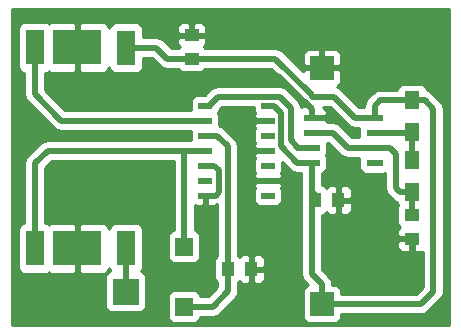
<source format=gbr>
%FSLAX46Y46*%
G04 Gerber Fmt 4.6, Leading zero omitted, Abs format (unit mm)*
G04 Created by KiCad (PCBNEW (2014-09-18 BZR 5141)-product) date So 20. září 2014, 01:51:59 CEST*
%MOMM*%
G01*
G04 APERTURE LIST*
%ADD10C,0.100000*%
%ADD11R,1.501140X1.501140*%
%ADD12R,2.000000X2.000000*%
%ADD13R,1.000000X1.250000*%
%ADD14R,1.250000X1.000000*%
%ADD15R,2.235200X2.235200*%
%ADD16R,1.300000X1.500000*%
%ADD17R,1.143000X0.508000*%
%ADD18R,1.399540X0.599440*%
%ADD19R,1.624000X3.000000*%
%ADD20R,4.100000X3.000000*%
%ADD21C,0.889000*%
%ADD22C,0.500000*%
%ADD23C,0.254000*%
G04 APERTURE END LIST*
D10*
D11*
X137287000Y-120015000D03*
X137287000Y-114935000D03*
D12*
X148961000Y-99804000D03*
X148961000Y-119804000D03*
D13*
X142986000Y-116840000D03*
X140986000Y-116840000D03*
D14*
X156591000Y-114284000D03*
X156591000Y-112284000D03*
D15*
X132334000Y-118745000D03*
D16*
X156591000Y-105236000D03*
X156591000Y-102536000D03*
X156591000Y-107616000D03*
X156591000Y-110316000D03*
D17*
X139065000Y-102997000D03*
X139065000Y-104267000D03*
X139065000Y-105537000D03*
X139065000Y-106807000D03*
X139065000Y-108077000D03*
X139065000Y-109347000D03*
X139065000Y-110617000D03*
X144399000Y-110617000D03*
X144399000Y-109347000D03*
X144399000Y-108077000D03*
X144399000Y-106807000D03*
X144399000Y-105537000D03*
X144399000Y-104267000D03*
X144399000Y-102997000D03*
D18*
X153416000Y-104013000D03*
X148082000Y-104013000D03*
X153416000Y-105283000D03*
X153416000Y-106553000D03*
X153416000Y-107823000D03*
X148082000Y-105283000D03*
X148082000Y-106553000D03*
X148082000Y-107823000D03*
D19*
X132346000Y-98092000D03*
X132346000Y-115102000D03*
X124636000Y-115102000D03*
X124636000Y-98082000D03*
D20*
X128236000Y-98082000D03*
X128236000Y-115102000D03*
D13*
X148352000Y-110998000D03*
X150352000Y-110998000D03*
D14*
X137922000Y-99044000D03*
X137922000Y-97044000D03*
D21*
X158750000Y-120396000D03*
X156718000Y-118364000D03*
X141986000Y-97790000D03*
X141986000Y-100457000D03*
D22*
X139065000Y-110617000D02*
X139954000Y-110617000D01*
X139827000Y-108077000D02*
X139065000Y-108077000D01*
X140231998Y-108481998D02*
X139827000Y-108077000D01*
X140231998Y-110339002D02*
X140231998Y-108481998D01*
X139954000Y-110617000D02*
X140231998Y-110339002D01*
X156591000Y-114284000D02*
X156591000Y-118237000D01*
X158750000Y-120396000D02*
X159385000Y-119761000D01*
X156591000Y-118237000D02*
X156718000Y-118364000D01*
X148082000Y-104013000D02*
X148082000Y-103261417D01*
X148082000Y-103261417D02*
X145277583Y-100457000D01*
X145277583Y-100457000D02*
X142614617Y-100457000D01*
X142614617Y-100457000D02*
X141986000Y-100457000D01*
X142113000Y-100457000D02*
X141986000Y-100457000D01*
X148352000Y-110998000D02*
X148352000Y-110506000D01*
X148121914Y-102147914D02*
X145018000Y-99044000D01*
X145018000Y-99044000D02*
X144002000Y-99044000D01*
X148121914Y-102235000D02*
X149987000Y-102235000D01*
X148121914Y-102235000D02*
X148121914Y-102147914D01*
X148082000Y-107823000D02*
X146882230Y-107823000D01*
X146882230Y-107823000D02*
X145474501Y-106415271D01*
X145474501Y-106415271D02*
X145474501Y-103609799D01*
X145474501Y-103609799D02*
X144861702Y-102997000D01*
X144861702Y-102997000D02*
X144399000Y-102997000D01*
X132346000Y-98092000D02*
X134922000Y-98092000D01*
X135874000Y-99044000D02*
X137922000Y-99044000D01*
X134922000Y-98092000D02*
X135874000Y-99044000D01*
X153416000Y-104013000D02*
X153416000Y-102997000D01*
X153877000Y-102536000D02*
X156591000Y-102536000D01*
X153416000Y-102997000D02*
X153877000Y-102536000D01*
X137922000Y-99044000D02*
X144002000Y-99044000D01*
X151765000Y-104013000D02*
X153416000Y-104013000D01*
X149987000Y-102235000D02*
X151765000Y-104013000D01*
X153543000Y-103886000D02*
X153416000Y-104013000D01*
X148082000Y-117221000D02*
X148961000Y-118100000D01*
X148961000Y-118100000D02*
X148961000Y-119804000D01*
X148082000Y-116713000D02*
X148082000Y-117221000D01*
X148082000Y-113792000D02*
X148082000Y-116713000D01*
X148082000Y-112649000D02*
X148082000Y-113792000D01*
X148082000Y-107823000D02*
X148082000Y-110236000D01*
X148082000Y-110236000D02*
X148082000Y-112649000D01*
X157310000Y-119804000D02*
X158369000Y-118745000D01*
X148961000Y-119804000D02*
X157310000Y-119804000D01*
X157654000Y-102536000D02*
X156591000Y-102536000D01*
X158369000Y-103251000D02*
X157654000Y-102536000D01*
X158369000Y-118745000D02*
X158369000Y-103251000D01*
X140081000Y-105537000D02*
X140986000Y-106442000D01*
X140986000Y-106442000D02*
X140986000Y-116840000D01*
X139065000Y-105537000D02*
X140081000Y-105537000D01*
X139700000Y-120015000D02*
X140986000Y-118729000D01*
X140986000Y-118729000D02*
X140986000Y-116840000D01*
X137287000Y-120015000D02*
X139700000Y-120015000D01*
X156591000Y-112284000D02*
X156591000Y-110316000D01*
X154686000Y-106553000D02*
X155194000Y-107061000D01*
X155194000Y-107061000D02*
X155194000Y-109982000D01*
X155194000Y-109982000D02*
X155528000Y-110316000D01*
X155528000Y-110316000D02*
X156591000Y-110316000D01*
X153416000Y-106553000D02*
X154686000Y-106553000D01*
X149860000Y-105283000D02*
X151130000Y-106553000D01*
X151130000Y-106553000D02*
X153416000Y-106553000D01*
X148082000Y-105283000D02*
X149860000Y-105283000D01*
X132334000Y-115114000D02*
X132346000Y-115102000D01*
X132334000Y-115114000D02*
X132346000Y-115102000D01*
X132334000Y-118745000D02*
X132334000Y-115114000D01*
X156591000Y-105330000D02*
X156591000Y-107616000D01*
X156544000Y-105283000D02*
X156591000Y-105330000D01*
X153416000Y-105283000D02*
X156544000Y-105283000D01*
X124636000Y-107901000D02*
X125730000Y-106807000D01*
X137414000Y-106807000D02*
X139065000Y-106807000D01*
X135763000Y-106807000D02*
X137414000Y-106807000D01*
X133096000Y-106807000D02*
X135763000Y-106807000D01*
X125730000Y-106807000D02*
X133096000Y-106807000D01*
X124636000Y-115102000D02*
X124636000Y-107901000D01*
X137287000Y-106934000D02*
X137414000Y-106807000D01*
X137287000Y-114935000D02*
X137287000Y-106934000D01*
X148082000Y-106553000D02*
X146882230Y-106553000D01*
X146882230Y-106553000D02*
X146878229Y-106548999D01*
X146878229Y-106548999D02*
X146878229Y-106492229D01*
X140140501Y-102238999D02*
X139382500Y-102997000D01*
X146878229Y-106492229D02*
X146304000Y-105918000D01*
X146304000Y-105918000D02*
X146304000Y-103169298D01*
X146304000Y-103169298D02*
X145373701Y-102238999D01*
X145373701Y-102238999D02*
X140140501Y-102238999D01*
X139382500Y-102997000D02*
X139065000Y-102997000D01*
X124636000Y-98082000D02*
X124636000Y-102030000D01*
X126873000Y-104267000D02*
X139065000Y-104267000D01*
X124636000Y-102030000D02*
X126873000Y-104267000D01*
D23*
G36*
X139212000Y-108204000D02*
X139192000Y-108204000D01*
X139192000Y-108224000D01*
X138938000Y-108224000D01*
X138938000Y-108204000D01*
X138918000Y-108204000D01*
X138918000Y-107950000D01*
X138938000Y-107950000D01*
X138938000Y-107930000D01*
X139192000Y-107930000D01*
X139192000Y-107950000D01*
X139212000Y-107950000D01*
X139212000Y-108204000D01*
X139212000Y-108204000D01*
G37*
X139212000Y-108204000D02*
X139192000Y-108204000D01*
X139192000Y-108224000D01*
X138938000Y-108224000D01*
X138938000Y-108204000D01*
X138918000Y-108204000D01*
X138918000Y-107950000D01*
X138938000Y-107950000D01*
X138938000Y-107930000D01*
X139192000Y-107930000D01*
X139192000Y-107950000D01*
X139212000Y-107950000D01*
X139212000Y-108204000D01*
G36*
X152081230Y-105668000D02*
X151496579Y-105668000D01*
X150485790Y-104657210D01*
X150198675Y-104465367D01*
X150142484Y-104454189D01*
X149860000Y-104397999D01*
X149859994Y-104398000D01*
X149416770Y-104398000D01*
X149416770Y-104298750D01*
X149258020Y-104140000D01*
X148209000Y-104140000D01*
X148209000Y-104160000D01*
X147955000Y-104160000D01*
X147955000Y-104140000D01*
X147935000Y-104140000D01*
X147935000Y-103886000D01*
X147955000Y-103886000D01*
X147955000Y-103866000D01*
X148209000Y-103866000D01*
X148209000Y-103886000D01*
X149258020Y-103886000D01*
X149416770Y-103727250D01*
X149416770Y-103586971D01*
X149320097Y-103353582D01*
X149141469Y-103174953D01*
X149008800Y-103120000D01*
X149620420Y-103120000D01*
X151139207Y-104638786D01*
X151139210Y-104638790D01*
X151139211Y-104638790D01*
X151426325Y-104830633D01*
X151426326Y-104830633D01*
X151482515Y-104841810D01*
X151765000Y-104898001D01*
X151765000Y-104898000D01*
X151765005Y-104898000D01*
X152081230Y-104898000D01*
X152081230Y-105109589D01*
X152081230Y-105668000D01*
X152081230Y-105668000D01*
G37*
X152081230Y-105668000D02*
X151496579Y-105668000D01*
X150485790Y-104657210D01*
X150198675Y-104465367D01*
X150142484Y-104454189D01*
X149860000Y-104397999D01*
X149859994Y-104398000D01*
X149416770Y-104398000D01*
X149416770Y-104298750D01*
X149258020Y-104140000D01*
X148209000Y-104140000D01*
X148209000Y-104160000D01*
X147955000Y-104160000D01*
X147955000Y-104140000D01*
X147935000Y-104140000D01*
X147935000Y-103886000D01*
X147955000Y-103886000D01*
X147955000Y-103866000D01*
X148209000Y-103866000D01*
X148209000Y-103886000D01*
X149258020Y-103886000D01*
X149416770Y-103727250D01*
X149416770Y-103586971D01*
X149320097Y-103353582D01*
X149141469Y-103174953D01*
X149008800Y-103120000D01*
X149620420Y-103120000D01*
X151139207Y-104638786D01*
X151139210Y-104638790D01*
X151139211Y-104638790D01*
X151426325Y-104830633D01*
X151426326Y-104830633D01*
X151482515Y-104841810D01*
X151765000Y-104898001D01*
X151765000Y-104898000D01*
X151765005Y-104898000D01*
X152081230Y-104898000D01*
X152081230Y-105109589D01*
X152081230Y-105668000D01*
G36*
X157484000Y-118378420D02*
X156943420Y-118919000D01*
X156464000Y-118919000D01*
X156464000Y-115260250D01*
X156464000Y-114411000D01*
X155489750Y-114411000D01*
X155331000Y-114569750D01*
X155331000Y-114910309D01*
X155427673Y-115143698D01*
X155606301Y-115322327D01*
X155839690Y-115419000D01*
X156092309Y-115419000D01*
X156305250Y-115419000D01*
X156464000Y-115260250D01*
X156464000Y-118919000D01*
X151487000Y-118919000D01*
X151487000Y-111749310D01*
X151487000Y-111496691D01*
X151487000Y-111283750D01*
X151487000Y-110712250D01*
X151487000Y-110499309D01*
X151487000Y-110246690D01*
X151390327Y-110013301D01*
X151211698Y-109834673D01*
X150978309Y-109738000D01*
X150637750Y-109738000D01*
X150479000Y-109896750D01*
X150479000Y-110871000D01*
X151328250Y-110871000D01*
X151487000Y-110712250D01*
X151487000Y-111283750D01*
X151328250Y-111125000D01*
X150479000Y-111125000D01*
X150479000Y-112099250D01*
X150637750Y-112258000D01*
X150978309Y-112258000D01*
X151211698Y-112161327D01*
X151390327Y-111982699D01*
X151487000Y-111749310D01*
X151487000Y-118919000D01*
X150596000Y-118919000D01*
X150596000Y-118677691D01*
X150499327Y-118444302D01*
X150320699Y-118265673D01*
X150087310Y-118169000D01*
X149846000Y-118169000D01*
X149846000Y-118100005D01*
X149846000Y-118100000D01*
X149846001Y-118100000D01*
X149789810Y-117817515D01*
X149778633Y-117761326D01*
X149778633Y-117761325D01*
X149586790Y-117474211D01*
X149586790Y-117474210D01*
X149586786Y-117474207D01*
X148967000Y-116854420D01*
X148967000Y-116713000D01*
X148967000Y-113792000D01*
X148967000Y-112649000D01*
X148967000Y-112258000D01*
X148978309Y-112258000D01*
X149211698Y-112161327D01*
X149352000Y-112021025D01*
X149492302Y-112161327D01*
X149725691Y-112258000D01*
X150066250Y-112258000D01*
X150225000Y-112099250D01*
X150225000Y-111125000D01*
X150205000Y-111125000D01*
X150205000Y-110871000D01*
X150225000Y-110871000D01*
X150225000Y-109896750D01*
X150066250Y-109738000D01*
X149725691Y-109738000D01*
X149492302Y-109834673D01*
X149351999Y-109974974D01*
X149211699Y-109834673D01*
X148978310Y-109738000D01*
X148967000Y-109738000D01*
X148967000Y-108733314D01*
X149141468Y-108661047D01*
X149320097Y-108482419D01*
X149416770Y-108249030D01*
X149416770Y-107996411D01*
X149416770Y-107396971D01*
X149330211Y-107188000D01*
X149416770Y-106979030D01*
X149416770Y-106726411D01*
X149416770Y-106168000D01*
X149493420Y-106168000D01*
X150504207Y-107178786D01*
X150504210Y-107178790D01*
X150791325Y-107370633D01*
X151130000Y-107438001D01*
X151130000Y-107438000D01*
X151130005Y-107438000D01*
X152081230Y-107438000D01*
X152081230Y-107649589D01*
X152081230Y-108249029D01*
X152177903Y-108482418D01*
X152356531Y-108661047D01*
X152589920Y-108757720D01*
X152842539Y-108757720D01*
X154242079Y-108757720D01*
X154309000Y-108730000D01*
X154309000Y-109981994D01*
X154308999Y-109982000D01*
X154365189Y-110264484D01*
X154376367Y-110320675D01*
X154568210Y-110607790D01*
X154902207Y-110941786D01*
X154902210Y-110941790D01*
X155189325Y-111133633D01*
X155306000Y-111156841D01*
X155306000Y-111192309D01*
X155402673Y-111425698D01*
X155419941Y-111442966D01*
X155331000Y-111657690D01*
X155331000Y-111910309D01*
X155331000Y-112910309D01*
X155427673Y-113143698D01*
X155567974Y-113284000D01*
X155427673Y-113424302D01*
X155331000Y-113657691D01*
X155331000Y-113998250D01*
X155489750Y-114157000D01*
X156464000Y-114157000D01*
X156464000Y-114137000D01*
X156718000Y-114137000D01*
X156718000Y-114157000D01*
X156738000Y-114157000D01*
X156738000Y-114411000D01*
X156718000Y-114411000D01*
X156718000Y-115260250D01*
X156876750Y-115419000D01*
X157089691Y-115419000D01*
X157342310Y-115419000D01*
X157484000Y-115360310D01*
X157484000Y-118378420D01*
X157484000Y-118378420D01*
G37*
X157484000Y-118378420D02*
X156943420Y-118919000D01*
X156464000Y-118919000D01*
X156464000Y-115260250D01*
X156464000Y-114411000D01*
X155489750Y-114411000D01*
X155331000Y-114569750D01*
X155331000Y-114910309D01*
X155427673Y-115143698D01*
X155606301Y-115322327D01*
X155839690Y-115419000D01*
X156092309Y-115419000D01*
X156305250Y-115419000D01*
X156464000Y-115260250D01*
X156464000Y-118919000D01*
X151487000Y-118919000D01*
X151487000Y-111749310D01*
X151487000Y-111496691D01*
X151487000Y-111283750D01*
X151487000Y-110712250D01*
X151487000Y-110499309D01*
X151487000Y-110246690D01*
X151390327Y-110013301D01*
X151211698Y-109834673D01*
X150978309Y-109738000D01*
X150637750Y-109738000D01*
X150479000Y-109896750D01*
X150479000Y-110871000D01*
X151328250Y-110871000D01*
X151487000Y-110712250D01*
X151487000Y-111283750D01*
X151328250Y-111125000D01*
X150479000Y-111125000D01*
X150479000Y-112099250D01*
X150637750Y-112258000D01*
X150978309Y-112258000D01*
X151211698Y-112161327D01*
X151390327Y-111982699D01*
X151487000Y-111749310D01*
X151487000Y-118919000D01*
X150596000Y-118919000D01*
X150596000Y-118677691D01*
X150499327Y-118444302D01*
X150320699Y-118265673D01*
X150087310Y-118169000D01*
X149846000Y-118169000D01*
X149846000Y-118100005D01*
X149846000Y-118100000D01*
X149846001Y-118100000D01*
X149789810Y-117817515D01*
X149778633Y-117761326D01*
X149778633Y-117761325D01*
X149586790Y-117474211D01*
X149586790Y-117474210D01*
X149586786Y-117474207D01*
X148967000Y-116854420D01*
X148967000Y-116713000D01*
X148967000Y-113792000D01*
X148967000Y-112649000D01*
X148967000Y-112258000D01*
X148978309Y-112258000D01*
X149211698Y-112161327D01*
X149352000Y-112021025D01*
X149492302Y-112161327D01*
X149725691Y-112258000D01*
X150066250Y-112258000D01*
X150225000Y-112099250D01*
X150225000Y-111125000D01*
X150205000Y-111125000D01*
X150205000Y-110871000D01*
X150225000Y-110871000D01*
X150225000Y-109896750D01*
X150066250Y-109738000D01*
X149725691Y-109738000D01*
X149492302Y-109834673D01*
X149351999Y-109974974D01*
X149211699Y-109834673D01*
X148978310Y-109738000D01*
X148967000Y-109738000D01*
X148967000Y-108733314D01*
X149141468Y-108661047D01*
X149320097Y-108482419D01*
X149416770Y-108249030D01*
X149416770Y-107996411D01*
X149416770Y-107396971D01*
X149330211Y-107188000D01*
X149416770Y-106979030D01*
X149416770Y-106726411D01*
X149416770Y-106168000D01*
X149493420Y-106168000D01*
X150504207Y-107178786D01*
X150504210Y-107178790D01*
X150791325Y-107370633D01*
X151130000Y-107438001D01*
X151130000Y-107438000D01*
X151130005Y-107438000D01*
X152081230Y-107438000D01*
X152081230Y-107649589D01*
X152081230Y-108249029D01*
X152177903Y-108482418D01*
X152356531Y-108661047D01*
X152589920Y-108757720D01*
X152842539Y-108757720D01*
X154242079Y-108757720D01*
X154309000Y-108730000D01*
X154309000Y-109981994D01*
X154308999Y-109982000D01*
X154365189Y-110264484D01*
X154376367Y-110320675D01*
X154568210Y-110607790D01*
X154902207Y-110941786D01*
X154902210Y-110941790D01*
X155189325Y-111133633D01*
X155306000Y-111156841D01*
X155306000Y-111192309D01*
X155402673Y-111425698D01*
X155419941Y-111442966D01*
X155331000Y-111657690D01*
X155331000Y-111910309D01*
X155331000Y-112910309D01*
X155427673Y-113143698D01*
X155567974Y-113284000D01*
X155427673Y-113424302D01*
X155331000Y-113657691D01*
X155331000Y-113998250D01*
X155489750Y-114157000D01*
X156464000Y-114157000D01*
X156464000Y-114137000D01*
X156718000Y-114137000D01*
X156718000Y-114157000D01*
X156738000Y-114157000D01*
X156738000Y-114411000D01*
X156718000Y-114411000D01*
X156718000Y-115260250D01*
X156876750Y-115419000D01*
X157089691Y-115419000D01*
X157342310Y-115419000D01*
X157484000Y-115360310D01*
X157484000Y-118378420D01*
G36*
X159691000Y-121539000D02*
X159254001Y-121539000D01*
X159254001Y-118745000D01*
X159254000Y-118744994D01*
X159254000Y-103251005D01*
X159254000Y-103251000D01*
X159254001Y-103251000D01*
X159197810Y-102968515D01*
X159186633Y-102912326D01*
X159186633Y-102912325D01*
X158994790Y-102625211D01*
X158994790Y-102625210D01*
X158994786Y-102625207D01*
X158279790Y-101910210D01*
X157992675Y-101718367D01*
X157936484Y-101707189D01*
X157876000Y-101695158D01*
X157876000Y-101659691D01*
X157779327Y-101426302D01*
X157600699Y-101247673D01*
X157367310Y-101151000D01*
X157114691Y-101151000D01*
X155814691Y-101151000D01*
X155581302Y-101247673D01*
X155402673Y-101426301D01*
X155309599Y-101651000D01*
X153877000Y-101651000D01*
X153538325Y-101718367D01*
X153251210Y-101910210D01*
X153251207Y-101910213D01*
X152790210Y-102371210D01*
X152598367Y-102658325D01*
X152587189Y-102714515D01*
X152530999Y-102997000D01*
X152531000Y-102997005D01*
X152531000Y-103102685D01*
X152469886Y-103128000D01*
X152131579Y-103128000D01*
X150612790Y-101609210D01*
X150325675Y-101417367D01*
X150269484Y-101406189D01*
X150199924Y-101392353D01*
X150320698Y-101342327D01*
X150499327Y-101163699D01*
X150596000Y-100930310D01*
X150596000Y-100677691D01*
X150596000Y-100089750D01*
X150596000Y-99518250D01*
X150596000Y-98930309D01*
X150596000Y-98677690D01*
X150499327Y-98444301D01*
X150320698Y-98265673D01*
X150087309Y-98169000D01*
X149246750Y-98169000D01*
X149088000Y-98327750D01*
X149088000Y-99677000D01*
X150437250Y-99677000D01*
X150596000Y-99518250D01*
X150596000Y-100089750D01*
X150437250Y-99931000D01*
X149088000Y-99931000D01*
X149088000Y-99951000D01*
X148834000Y-99951000D01*
X148834000Y-99931000D01*
X148834000Y-99677000D01*
X148834000Y-98327750D01*
X148675250Y-98169000D01*
X147834691Y-98169000D01*
X147601302Y-98265673D01*
X147422673Y-98444301D01*
X147326000Y-98677690D01*
X147326000Y-98930309D01*
X147326000Y-99518250D01*
X147484750Y-99677000D01*
X148834000Y-99677000D01*
X148834000Y-99931000D01*
X147484750Y-99931000D01*
X147326000Y-100089750D01*
X147326000Y-100100420D01*
X145643790Y-98418210D01*
X145356675Y-98226367D01*
X145300484Y-98215189D01*
X145018000Y-98158999D01*
X145017994Y-98159000D01*
X144002000Y-98159000D01*
X139060025Y-98159000D01*
X138945025Y-98044000D01*
X139085327Y-97903698D01*
X139182000Y-97670309D01*
X139182000Y-97329750D01*
X139182000Y-96758250D01*
X139182000Y-96417691D01*
X139085327Y-96184302D01*
X138906699Y-96005673D01*
X138673310Y-95909000D01*
X138420691Y-95909000D01*
X138207750Y-95909000D01*
X138049000Y-96067750D01*
X138049000Y-96917000D01*
X139023250Y-96917000D01*
X139182000Y-96758250D01*
X139182000Y-97329750D01*
X139023250Y-97171000D01*
X138049000Y-97171000D01*
X138049000Y-97191000D01*
X137795000Y-97191000D01*
X137795000Y-97171000D01*
X137795000Y-96917000D01*
X137795000Y-96067750D01*
X137636250Y-95909000D01*
X137423309Y-95909000D01*
X137170690Y-95909000D01*
X136937301Y-96005673D01*
X136758673Y-96184302D01*
X136662000Y-96417691D01*
X136662000Y-96758250D01*
X136820750Y-96917000D01*
X137795000Y-96917000D01*
X137795000Y-97171000D01*
X136820750Y-97171000D01*
X136662000Y-97329750D01*
X136662000Y-97670309D01*
X136758673Y-97903698D01*
X136898974Y-98044000D01*
X136783974Y-98159000D01*
X136240579Y-98159000D01*
X135547790Y-97466210D01*
X135260675Y-97274367D01*
X135204484Y-97263189D01*
X134922000Y-97206999D01*
X134921994Y-97207000D01*
X133793000Y-97207000D01*
X133793000Y-96465691D01*
X133696327Y-96232302D01*
X133517699Y-96053673D01*
X133284310Y-95957000D01*
X133031691Y-95957000D01*
X131407691Y-95957000D01*
X131174302Y-96053673D01*
X130995673Y-96232301D01*
X130912070Y-96434134D01*
X130824327Y-96222302D01*
X130645699Y-96043673D01*
X130412310Y-95947000D01*
X130159691Y-95947000D01*
X128521750Y-95947000D01*
X128363000Y-96105750D01*
X128363000Y-97955000D01*
X128383000Y-97955000D01*
X128383000Y-98209000D01*
X128363000Y-98209000D01*
X128363000Y-100058250D01*
X128521750Y-100217000D01*
X130159691Y-100217000D01*
X130412310Y-100217000D01*
X130645699Y-100120327D01*
X130824327Y-99941698D01*
X130907928Y-99739865D01*
X130995673Y-99951698D01*
X131174301Y-100130327D01*
X131407690Y-100227000D01*
X131660309Y-100227000D01*
X133284309Y-100227000D01*
X133517698Y-100130327D01*
X133696327Y-99951699D01*
X133793000Y-99718310D01*
X133793000Y-99465691D01*
X133793000Y-98977000D01*
X134555420Y-98977000D01*
X135248207Y-99669786D01*
X135248210Y-99669790D01*
X135535325Y-99861633D01*
X135874000Y-99929000D01*
X136783974Y-99929000D01*
X136937301Y-100082327D01*
X137170690Y-100179000D01*
X137423309Y-100179000D01*
X138673309Y-100179000D01*
X138906698Y-100082327D01*
X139060025Y-99929000D01*
X144002000Y-99929000D01*
X144651420Y-99929000D01*
X147320762Y-102598341D01*
X147496124Y-102860790D01*
X147783239Y-103052633D01*
X147954998Y-103086798D01*
X147954998Y-103237028D01*
X147796250Y-103078280D01*
X147508539Y-103078280D01*
X147255920Y-103078280D01*
X147177367Y-103110817D01*
X147121633Y-102830623D01*
X146929790Y-102543508D01*
X146929786Y-102543505D01*
X145999491Y-101613209D01*
X145712376Y-101421366D01*
X145656185Y-101410188D01*
X145373701Y-101353998D01*
X145373695Y-101353999D01*
X140140501Y-101353999D01*
X139801826Y-101421366D01*
X139514711Y-101613209D01*
X139514708Y-101613212D01*
X139019920Y-102108000D01*
X138367191Y-102108000D01*
X138133802Y-102204673D01*
X137955173Y-102383301D01*
X137858500Y-102616690D01*
X137858500Y-102869309D01*
X137858500Y-103377309D01*
X137860443Y-103382000D01*
X127239579Y-103382000D01*
X125521000Y-101663420D01*
X125521000Y-100217000D01*
X125574309Y-100217000D01*
X125807698Y-100120327D01*
X125816999Y-100111025D01*
X125826301Y-100120327D01*
X126059690Y-100217000D01*
X126312309Y-100217000D01*
X127950250Y-100217000D01*
X128109000Y-100058250D01*
X128109000Y-98209000D01*
X128089000Y-98209000D01*
X128089000Y-97955000D01*
X128109000Y-97955000D01*
X128109000Y-96105750D01*
X127950250Y-95947000D01*
X126312309Y-95947000D01*
X126059690Y-95947000D01*
X125826301Y-96043673D01*
X125817000Y-96052974D01*
X125807699Y-96043673D01*
X125574310Y-95947000D01*
X125321691Y-95947000D01*
X123697691Y-95947000D01*
X123464302Y-96043673D01*
X123285673Y-96222301D01*
X123189000Y-96455690D01*
X123189000Y-96708309D01*
X123189000Y-99708309D01*
X123285673Y-99941698D01*
X123464301Y-100120327D01*
X123697690Y-100217000D01*
X123751000Y-100217000D01*
X123751000Y-102029994D01*
X123750999Y-102030000D01*
X123807189Y-102312484D01*
X123818367Y-102368675D01*
X124010210Y-102655790D01*
X126247207Y-104892786D01*
X126247210Y-104892790D01*
X126247211Y-104892790D01*
X126534325Y-105084633D01*
X126534326Y-105084633D01*
X126590515Y-105095810D01*
X126873000Y-105152001D01*
X126873000Y-105152000D01*
X126873005Y-105152000D01*
X137860442Y-105152000D01*
X137858500Y-105156690D01*
X137858500Y-105409309D01*
X137858500Y-105917309D01*
X137860443Y-105922000D01*
X137414005Y-105922000D01*
X137414000Y-105921999D01*
X137413994Y-105922000D01*
X135763000Y-105922000D01*
X133096000Y-105922000D01*
X125730005Y-105922000D01*
X125730000Y-105921999D01*
X125447515Y-105978189D01*
X125391325Y-105989367D01*
X125104210Y-106181210D01*
X125104207Y-106181213D01*
X124010210Y-107275210D01*
X123818367Y-107562325D01*
X123807189Y-107618515D01*
X123750999Y-107901000D01*
X123751000Y-107901005D01*
X123751000Y-112967000D01*
X123697691Y-112967000D01*
X123464302Y-113063673D01*
X123285673Y-113242301D01*
X123189000Y-113475690D01*
X123189000Y-113728309D01*
X123189000Y-116728309D01*
X123285673Y-116961698D01*
X123464301Y-117140327D01*
X123697690Y-117237000D01*
X123950309Y-117237000D01*
X125574309Y-117237000D01*
X125807698Y-117140327D01*
X125816999Y-117131025D01*
X125826301Y-117140327D01*
X126059690Y-117237000D01*
X126312309Y-117237000D01*
X127950250Y-117237000D01*
X128109000Y-117078250D01*
X128109000Y-115229000D01*
X128089000Y-115229000D01*
X128089000Y-114975000D01*
X128109000Y-114975000D01*
X128109000Y-113125750D01*
X127950250Y-112967000D01*
X126312309Y-112967000D01*
X126059690Y-112967000D01*
X125826301Y-113063673D01*
X125817000Y-113072974D01*
X125807699Y-113063673D01*
X125574310Y-112967000D01*
X125521000Y-112967000D01*
X125521000Y-108267579D01*
X126096579Y-107692000D01*
X133096000Y-107692000D01*
X135763000Y-107692000D01*
X136402000Y-107692000D01*
X136402000Y-113552793D01*
X136176732Y-113646103D01*
X135998103Y-113824731D01*
X135901430Y-114058120D01*
X135901430Y-114310739D01*
X135901430Y-115811879D01*
X135998103Y-116045268D01*
X136176731Y-116223897D01*
X136410120Y-116320570D01*
X136662739Y-116320570D01*
X138163879Y-116320570D01*
X138397268Y-116223897D01*
X138575897Y-116045269D01*
X138672570Y-115811880D01*
X138672570Y-115559261D01*
X138672570Y-114058121D01*
X138575897Y-113824732D01*
X138397269Y-113646103D01*
X138172000Y-113552793D01*
X138172000Y-111425149D01*
X138367190Y-111506000D01*
X138619809Y-111506000D01*
X138779250Y-111506000D01*
X138938000Y-111347250D01*
X138938000Y-110744000D01*
X138918000Y-110744000D01*
X138918000Y-110490000D01*
X138938000Y-110490000D01*
X138938000Y-110470000D01*
X139192000Y-110470000D01*
X139192000Y-110490000D01*
X139212000Y-110490000D01*
X139212000Y-110744000D01*
X139192000Y-110744000D01*
X139192000Y-111347250D01*
X139350750Y-111506000D01*
X139510191Y-111506000D01*
X139762810Y-111506000D01*
X139996199Y-111409327D01*
X140101000Y-111304525D01*
X140101000Y-115701974D01*
X139947673Y-115855301D01*
X139851000Y-116088690D01*
X139851000Y-116341309D01*
X139851000Y-117591309D01*
X139947673Y-117824698D01*
X140101000Y-117978025D01*
X140101000Y-118362420D01*
X139333420Y-119130000D01*
X138669206Y-119130000D01*
X138575897Y-118904732D01*
X138397269Y-118726103D01*
X138163880Y-118629430D01*
X137911261Y-118629430D01*
X136410121Y-118629430D01*
X136176732Y-118726103D01*
X135998103Y-118904731D01*
X135901430Y-119138120D01*
X135901430Y-119390739D01*
X135901430Y-120891879D01*
X135998103Y-121125268D01*
X136176731Y-121303897D01*
X136410120Y-121400570D01*
X136662739Y-121400570D01*
X138163879Y-121400570D01*
X138397268Y-121303897D01*
X138575897Y-121125269D01*
X138669206Y-120900000D01*
X139699994Y-120900000D01*
X139700000Y-120900001D01*
X139700000Y-120900000D01*
X139982484Y-120843810D01*
X140038674Y-120832633D01*
X140038675Y-120832633D01*
X140325790Y-120640790D01*
X141611786Y-119354792D01*
X141611790Y-119354790D01*
X141611790Y-119354789D01*
X141803633Y-119067675D01*
X141803633Y-119067674D01*
X141814810Y-119011484D01*
X141871000Y-118729000D01*
X141871001Y-118729000D01*
X141871000Y-118728994D01*
X141871000Y-117978025D01*
X141986000Y-117863025D01*
X142126302Y-118003327D01*
X142359691Y-118100000D01*
X142700250Y-118100000D01*
X142859000Y-117941250D01*
X142859000Y-116967000D01*
X142839000Y-116967000D01*
X142839000Y-116713000D01*
X142859000Y-116713000D01*
X142859000Y-115738750D01*
X142700250Y-115580000D01*
X142359691Y-115580000D01*
X142126302Y-115676673D01*
X141985999Y-115816974D01*
X141871000Y-115701974D01*
X141871000Y-106442005D01*
X141871000Y-106442000D01*
X141871001Y-106442000D01*
X141803633Y-106103325D01*
X141611790Y-105816210D01*
X141611786Y-105816207D01*
X140706790Y-104911210D01*
X140419675Y-104719367D01*
X140363484Y-104708189D01*
X140255204Y-104686651D01*
X140271500Y-104647310D01*
X140271500Y-104394691D01*
X140271500Y-103886691D01*
X140174827Y-103653302D01*
X140153525Y-103632000D01*
X140174827Y-103610699D01*
X140271500Y-103377310D01*
X140271500Y-103359579D01*
X140507080Y-103123999D01*
X143192500Y-103123999D01*
X143192500Y-103377309D01*
X143289173Y-103610698D01*
X143310474Y-103632000D01*
X143289173Y-103653302D01*
X143192500Y-103886691D01*
X143192500Y-103981250D01*
X143351250Y-104140000D01*
X144272000Y-104140000D01*
X144272000Y-104120000D01*
X144526000Y-104120000D01*
X144526000Y-104140000D01*
X144546000Y-104140000D01*
X144546000Y-104394000D01*
X144526000Y-104394000D01*
X144526000Y-104414000D01*
X144272000Y-104414000D01*
X144272000Y-104394000D01*
X143351250Y-104394000D01*
X143192500Y-104552750D01*
X143192500Y-104647309D01*
X143289173Y-104880698D01*
X143310474Y-104901999D01*
X143289173Y-104923301D01*
X143192500Y-105156690D01*
X143192500Y-105409309D01*
X143192500Y-105917309D01*
X143289173Y-106150698D01*
X143310474Y-106172000D01*
X143289173Y-106193302D01*
X143192500Y-106426691D01*
X143192500Y-106521250D01*
X143351250Y-106680000D01*
X144272000Y-106680000D01*
X144272000Y-106660000D01*
X144526000Y-106660000D01*
X144526000Y-106680000D01*
X144546000Y-106680000D01*
X144546000Y-106934000D01*
X144526000Y-106934000D01*
X144526000Y-106954000D01*
X144272000Y-106954000D01*
X144272000Y-106934000D01*
X143351250Y-106934000D01*
X143192500Y-107092750D01*
X143192500Y-107187309D01*
X143289173Y-107420698D01*
X143310474Y-107441999D01*
X143289173Y-107463301D01*
X143192500Y-107696690D01*
X143192500Y-107949309D01*
X143192500Y-108457309D01*
X143289173Y-108690698D01*
X143310474Y-108712000D01*
X143289173Y-108733302D01*
X143192500Y-108966691D01*
X143192500Y-109061250D01*
X143351250Y-109220000D01*
X144272000Y-109220000D01*
X144272000Y-109200000D01*
X144526000Y-109200000D01*
X144526000Y-109220000D01*
X145446750Y-109220000D01*
X145605500Y-109061250D01*
X145605500Y-108966691D01*
X145508827Y-108733302D01*
X145487525Y-108712000D01*
X145508827Y-108690699D01*
X145605500Y-108457310D01*
X145605500Y-108204691D01*
X145605500Y-107797849D01*
X146256437Y-108448786D01*
X146256440Y-108448790D01*
X146543555Y-108640633D01*
X146882230Y-108708000D01*
X147135885Y-108708000D01*
X147197000Y-108733314D01*
X147197000Y-110236000D01*
X147197000Y-112649000D01*
X147197000Y-113792000D01*
X147197000Y-116713000D01*
X147197000Y-117220994D01*
X147196999Y-117221000D01*
X147253189Y-117503484D01*
X147264367Y-117559675D01*
X147456210Y-117846790D01*
X147794901Y-118185481D01*
X147601302Y-118265673D01*
X147422673Y-118444301D01*
X147326000Y-118677690D01*
X147326000Y-118930309D01*
X147326000Y-120930309D01*
X147422673Y-121163698D01*
X147601301Y-121342327D01*
X147834690Y-121439000D01*
X148087309Y-121439000D01*
X150087309Y-121439000D01*
X150320698Y-121342327D01*
X150499327Y-121163699D01*
X150596000Y-120930310D01*
X150596000Y-120689000D01*
X157309994Y-120689000D01*
X157310000Y-120689001D01*
X157310000Y-120689000D01*
X157592484Y-120632810D01*
X157648674Y-120621633D01*
X157648675Y-120621633D01*
X157935790Y-120429790D01*
X158994786Y-119370792D01*
X158994789Y-119370790D01*
X158994790Y-119370790D01*
X159186633Y-119083675D01*
X159254000Y-118745000D01*
X159254001Y-118745000D01*
X159254001Y-121539000D01*
X145605500Y-121539000D01*
X145605500Y-110997310D01*
X145605500Y-110744691D01*
X145605500Y-110236691D01*
X145508827Y-110003302D01*
X145487525Y-109982000D01*
X145508827Y-109960698D01*
X145605500Y-109727309D01*
X145605500Y-109632750D01*
X145446750Y-109474000D01*
X144526000Y-109474000D01*
X144526000Y-109494000D01*
X144272000Y-109494000D01*
X144272000Y-109474000D01*
X143351250Y-109474000D01*
X143192500Y-109632750D01*
X143192500Y-109727309D01*
X143289173Y-109960698D01*
X143310474Y-109981999D01*
X143289173Y-110003301D01*
X143192500Y-110236690D01*
X143192500Y-110489309D01*
X143192500Y-110997309D01*
X143289173Y-111230698D01*
X143467801Y-111409327D01*
X143701190Y-111506000D01*
X143953809Y-111506000D01*
X145096809Y-111506000D01*
X145330198Y-111409327D01*
X145508827Y-111230699D01*
X145605500Y-110997310D01*
X145605500Y-121539000D01*
X144121000Y-121539000D01*
X144121000Y-117591310D01*
X144121000Y-117338691D01*
X144121000Y-117125750D01*
X144121000Y-116554250D01*
X144121000Y-116341309D01*
X144121000Y-116088690D01*
X144024327Y-115855301D01*
X143845698Y-115676673D01*
X143612309Y-115580000D01*
X143271750Y-115580000D01*
X143113000Y-115738750D01*
X143113000Y-116713000D01*
X143962250Y-116713000D01*
X144121000Y-116554250D01*
X144121000Y-117125750D01*
X143962250Y-116967000D01*
X143113000Y-116967000D01*
X143113000Y-117941250D01*
X143271750Y-118100000D01*
X143612309Y-118100000D01*
X143845698Y-118003327D01*
X144024327Y-117824699D01*
X144121000Y-117591310D01*
X144121000Y-121539000D01*
X134086600Y-121539000D01*
X134086600Y-119988910D01*
X134086600Y-119736291D01*
X134086600Y-117501091D01*
X133989927Y-117267702D01*
X133811299Y-117089073D01*
X133639934Y-117018091D01*
X133696327Y-116961699D01*
X133793000Y-116728310D01*
X133793000Y-116475691D01*
X133793000Y-113475691D01*
X133696327Y-113242302D01*
X133517699Y-113063673D01*
X133284310Y-112967000D01*
X133031691Y-112967000D01*
X131407691Y-112967000D01*
X131174302Y-113063673D01*
X130995673Y-113242301D01*
X130909999Y-113449134D01*
X130824327Y-113242302D01*
X130645699Y-113063673D01*
X130412310Y-112967000D01*
X130159691Y-112967000D01*
X128521750Y-112967000D01*
X128363000Y-113125750D01*
X128363000Y-114975000D01*
X128383000Y-114975000D01*
X128383000Y-115229000D01*
X128363000Y-115229000D01*
X128363000Y-117078250D01*
X128521750Y-117237000D01*
X130159691Y-117237000D01*
X130412310Y-117237000D01*
X130645699Y-117140327D01*
X130824327Y-116961698D01*
X130910000Y-116754865D01*
X130995673Y-116961698D01*
X131045036Y-117011062D01*
X130856702Y-117089073D01*
X130678073Y-117267701D01*
X130581400Y-117501090D01*
X130581400Y-117753709D01*
X130581400Y-119988909D01*
X130678073Y-120222298D01*
X130856701Y-120400927D01*
X131090090Y-120497600D01*
X131342709Y-120497600D01*
X133577909Y-120497600D01*
X133811298Y-120400927D01*
X133989927Y-120222299D01*
X134086600Y-119988910D01*
X134086600Y-121539000D01*
X122757000Y-121539000D01*
X122757000Y-94817000D01*
X159691000Y-94817000D01*
X159691000Y-121539000D01*
X159691000Y-121539000D01*
G37*
X159691000Y-121539000D02*
X159254001Y-121539000D01*
X159254001Y-118745000D01*
X159254000Y-118744994D01*
X159254000Y-103251005D01*
X159254000Y-103251000D01*
X159254001Y-103251000D01*
X159197810Y-102968515D01*
X159186633Y-102912326D01*
X159186633Y-102912325D01*
X158994790Y-102625211D01*
X158994790Y-102625210D01*
X158994786Y-102625207D01*
X158279790Y-101910210D01*
X157992675Y-101718367D01*
X157936484Y-101707189D01*
X157876000Y-101695158D01*
X157876000Y-101659691D01*
X157779327Y-101426302D01*
X157600699Y-101247673D01*
X157367310Y-101151000D01*
X157114691Y-101151000D01*
X155814691Y-101151000D01*
X155581302Y-101247673D01*
X155402673Y-101426301D01*
X155309599Y-101651000D01*
X153877000Y-101651000D01*
X153538325Y-101718367D01*
X153251210Y-101910210D01*
X153251207Y-101910213D01*
X152790210Y-102371210D01*
X152598367Y-102658325D01*
X152587189Y-102714515D01*
X152530999Y-102997000D01*
X152531000Y-102997005D01*
X152531000Y-103102685D01*
X152469886Y-103128000D01*
X152131579Y-103128000D01*
X150612790Y-101609210D01*
X150325675Y-101417367D01*
X150269484Y-101406189D01*
X150199924Y-101392353D01*
X150320698Y-101342327D01*
X150499327Y-101163699D01*
X150596000Y-100930310D01*
X150596000Y-100677691D01*
X150596000Y-100089750D01*
X150596000Y-99518250D01*
X150596000Y-98930309D01*
X150596000Y-98677690D01*
X150499327Y-98444301D01*
X150320698Y-98265673D01*
X150087309Y-98169000D01*
X149246750Y-98169000D01*
X149088000Y-98327750D01*
X149088000Y-99677000D01*
X150437250Y-99677000D01*
X150596000Y-99518250D01*
X150596000Y-100089750D01*
X150437250Y-99931000D01*
X149088000Y-99931000D01*
X149088000Y-99951000D01*
X148834000Y-99951000D01*
X148834000Y-99931000D01*
X148834000Y-99677000D01*
X148834000Y-98327750D01*
X148675250Y-98169000D01*
X147834691Y-98169000D01*
X147601302Y-98265673D01*
X147422673Y-98444301D01*
X147326000Y-98677690D01*
X147326000Y-98930309D01*
X147326000Y-99518250D01*
X147484750Y-99677000D01*
X148834000Y-99677000D01*
X148834000Y-99931000D01*
X147484750Y-99931000D01*
X147326000Y-100089750D01*
X147326000Y-100100420D01*
X145643790Y-98418210D01*
X145356675Y-98226367D01*
X145300484Y-98215189D01*
X145018000Y-98158999D01*
X145017994Y-98159000D01*
X144002000Y-98159000D01*
X139060025Y-98159000D01*
X138945025Y-98044000D01*
X139085327Y-97903698D01*
X139182000Y-97670309D01*
X139182000Y-97329750D01*
X139182000Y-96758250D01*
X139182000Y-96417691D01*
X139085327Y-96184302D01*
X138906699Y-96005673D01*
X138673310Y-95909000D01*
X138420691Y-95909000D01*
X138207750Y-95909000D01*
X138049000Y-96067750D01*
X138049000Y-96917000D01*
X139023250Y-96917000D01*
X139182000Y-96758250D01*
X139182000Y-97329750D01*
X139023250Y-97171000D01*
X138049000Y-97171000D01*
X138049000Y-97191000D01*
X137795000Y-97191000D01*
X137795000Y-97171000D01*
X137795000Y-96917000D01*
X137795000Y-96067750D01*
X137636250Y-95909000D01*
X137423309Y-95909000D01*
X137170690Y-95909000D01*
X136937301Y-96005673D01*
X136758673Y-96184302D01*
X136662000Y-96417691D01*
X136662000Y-96758250D01*
X136820750Y-96917000D01*
X137795000Y-96917000D01*
X137795000Y-97171000D01*
X136820750Y-97171000D01*
X136662000Y-97329750D01*
X136662000Y-97670309D01*
X136758673Y-97903698D01*
X136898974Y-98044000D01*
X136783974Y-98159000D01*
X136240579Y-98159000D01*
X135547790Y-97466210D01*
X135260675Y-97274367D01*
X135204484Y-97263189D01*
X134922000Y-97206999D01*
X134921994Y-97207000D01*
X133793000Y-97207000D01*
X133793000Y-96465691D01*
X133696327Y-96232302D01*
X133517699Y-96053673D01*
X133284310Y-95957000D01*
X133031691Y-95957000D01*
X131407691Y-95957000D01*
X131174302Y-96053673D01*
X130995673Y-96232301D01*
X130912070Y-96434134D01*
X130824327Y-96222302D01*
X130645699Y-96043673D01*
X130412310Y-95947000D01*
X130159691Y-95947000D01*
X128521750Y-95947000D01*
X128363000Y-96105750D01*
X128363000Y-97955000D01*
X128383000Y-97955000D01*
X128383000Y-98209000D01*
X128363000Y-98209000D01*
X128363000Y-100058250D01*
X128521750Y-100217000D01*
X130159691Y-100217000D01*
X130412310Y-100217000D01*
X130645699Y-100120327D01*
X130824327Y-99941698D01*
X130907928Y-99739865D01*
X130995673Y-99951698D01*
X131174301Y-100130327D01*
X131407690Y-100227000D01*
X131660309Y-100227000D01*
X133284309Y-100227000D01*
X133517698Y-100130327D01*
X133696327Y-99951699D01*
X133793000Y-99718310D01*
X133793000Y-99465691D01*
X133793000Y-98977000D01*
X134555420Y-98977000D01*
X135248207Y-99669786D01*
X135248210Y-99669790D01*
X135535325Y-99861633D01*
X135874000Y-99929000D01*
X136783974Y-99929000D01*
X136937301Y-100082327D01*
X137170690Y-100179000D01*
X137423309Y-100179000D01*
X138673309Y-100179000D01*
X138906698Y-100082327D01*
X139060025Y-99929000D01*
X144002000Y-99929000D01*
X144651420Y-99929000D01*
X147320762Y-102598341D01*
X147496124Y-102860790D01*
X147783239Y-103052633D01*
X147954998Y-103086798D01*
X147954998Y-103237028D01*
X147796250Y-103078280D01*
X147508539Y-103078280D01*
X147255920Y-103078280D01*
X147177367Y-103110817D01*
X147121633Y-102830623D01*
X146929790Y-102543508D01*
X146929786Y-102543505D01*
X145999491Y-101613209D01*
X145712376Y-101421366D01*
X145656185Y-101410188D01*
X145373701Y-101353998D01*
X145373695Y-101353999D01*
X140140501Y-101353999D01*
X139801826Y-101421366D01*
X139514711Y-101613209D01*
X139514708Y-101613212D01*
X139019920Y-102108000D01*
X138367191Y-102108000D01*
X138133802Y-102204673D01*
X137955173Y-102383301D01*
X137858500Y-102616690D01*
X137858500Y-102869309D01*
X137858500Y-103377309D01*
X137860443Y-103382000D01*
X127239579Y-103382000D01*
X125521000Y-101663420D01*
X125521000Y-100217000D01*
X125574309Y-100217000D01*
X125807698Y-100120327D01*
X125816999Y-100111025D01*
X125826301Y-100120327D01*
X126059690Y-100217000D01*
X126312309Y-100217000D01*
X127950250Y-100217000D01*
X128109000Y-100058250D01*
X128109000Y-98209000D01*
X128089000Y-98209000D01*
X128089000Y-97955000D01*
X128109000Y-97955000D01*
X128109000Y-96105750D01*
X127950250Y-95947000D01*
X126312309Y-95947000D01*
X126059690Y-95947000D01*
X125826301Y-96043673D01*
X125817000Y-96052974D01*
X125807699Y-96043673D01*
X125574310Y-95947000D01*
X125321691Y-95947000D01*
X123697691Y-95947000D01*
X123464302Y-96043673D01*
X123285673Y-96222301D01*
X123189000Y-96455690D01*
X123189000Y-96708309D01*
X123189000Y-99708309D01*
X123285673Y-99941698D01*
X123464301Y-100120327D01*
X123697690Y-100217000D01*
X123751000Y-100217000D01*
X123751000Y-102029994D01*
X123750999Y-102030000D01*
X123807189Y-102312484D01*
X123818367Y-102368675D01*
X124010210Y-102655790D01*
X126247207Y-104892786D01*
X126247210Y-104892790D01*
X126247211Y-104892790D01*
X126534325Y-105084633D01*
X126534326Y-105084633D01*
X126590515Y-105095810D01*
X126873000Y-105152001D01*
X126873000Y-105152000D01*
X126873005Y-105152000D01*
X137860442Y-105152000D01*
X137858500Y-105156690D01*
X137858500Y-105409309D01*
X137858500Y-105917309D01*
X137860443Y-105922000D01*
X137414005Y-105922000D01*
X137414000Y-105921999D01*
X137413994Y-105922000D01*
X135763000Y-105922000D01*
X133096000Y-105922000D01*
X125730005Y-105922000D01*
X125730000Y-105921999D01*
X125447515Y-105978189D01*
X125391325Y-105989367D01*
X125104210Y-106181210D01*
X125104207Y-106181213D01*
X124010210Y-107275210D01*
X123818367Y-107562325D01*
X123807189Y-107618515D01*
X123750999Y-107901000D01*
X123751000Y-107901005D01*
X123751000Y-112967000D01*
X123697691Y-112967000D01*
X123464302Y-113063673D01*
X123285673Y-113242301D01*
X123189000Y-113475690D01*
X123189000Y-113728309D01*
X123189000Y-116728309D01*
X123285673Y-116961698D01*
X123464301Y-117140327D01*
X123697690Y-117237000D01*
X123950309Y-117237000D01*
X125574309Y-117237000D01*
X125807698Y-117140327D01*
X125816999Y-117131025D01*
X125826301Y-117140327D01*
X126059690Y-117237000D01*
X126312309Y-117237000D01*
X127950250Y-117237000D01*
X128109000Y-117078250D01*
X128109000Y-115229000D01*
X128089000Y-115229000D01*
X128089000Y-114975000D01*
X128109000Y-114975000D01*
X128109000Y-113125750D01*
X127950250Y-112967000D01*
X126312309Y-112967000D01*
X126059690Y-112967000D01*
X125826301Y-113063673D01*
X125817000Y-113072974D01*
X125807699Y-113063673D01*
X125574310Y-112967000D01*
X125521000Y-112967000D01*
X125521000Y-108267579D01*
X126096579Y-107692000D01*
X133096000Y-107692000D01*
X135763000Y-107692000D01*
X136402000Y-107692000D01*
X136402000Y-113552793D01*
X136176732Y-113646103D01*
X135998103Y-113824731D01*
X135901430Y-114058120D01*
X135901430Y-114310739D01*
X135901430Y-115811879D01*
X135998103Y-116045268D01*
X136176731Y-116223897D01*
X136410120Y-116320570D01*
X136662739Y-116320570D01*
X138163879Y-116320570D01*
X138397268Y-116223897D01*
X138575897Y-116045269D01*
X138672570Y-115811880D01*
X138672570Y-115559261D01*
X138672570Y-114058121D01*
X138575897Y-113824732D01*
X138397269Y-113646103D01*
X138172000Y-113552793D01*
X138172000Y-111425149D01*
X138367190Y-111506000D01*
X138619809Y-111506000D01*
X138779250Y-111506000D01*
X138938000Y-111347250D01*
X138938000Y-110744000D01*
X138918000Y-110744000D01*
X138918000Y-110490000D01*
X138938000Y-110490000D01*
X138938000Y-110470000D01*
X139192000Y-110470000D01*
X139192000Y-110490000D01*
X139212000Y-110490000D01*
X139212000Y-110744000D01*
X139192000Y-110744000D01*
X139192000Y-111347250D01*
X139350750Y-111506000D01*
X139510191Y-111506000D01*
X139762810Y-111506000D01*
X139996199Y-111409327D01*
X140101000Y-111304525D01*
X140101000Y-115701974D01*
X139947673Y-115855301D01*
X139851000Y-116088690D01*
X139851000Y-116341309D01*
X139851000Y-117591309D01*
X139947673Y-117824698D01*
X140101000Y-117978025D01*
X140101000Y-118362420D01*
X139333420Y-119130000D01*
X138669206Y-119130000D01*
X138575897Y-118904732D01*
X138397269Y-118726103D01*
X138163880Y-118629430D01*
X137911261Y-118629430D01*
X136410121Y-118629430D01*
X136176732Y-118726103D01*
X135998103Y-118904731D01*
X135901430Y-119138120D01*
X135901430Y-119390739D01*
X135901430Y-120891879D01*
X135998103Y-121125268D01*
X136176731Y-121303897D01*
X136410120Y-121400570D01*
X136662739Y-121400570D01*
X138163879Y-121400570D01*
X138397268Y-121303897D01*
X138575897Y-121125269D01*
X138669206Y-120900000D01*
X139699994Y-120900000D01*
X139700000Y-120900001D01*
X139700000Y-120900000D01*
X139982484Y-120843810D01*
X140038674Y-120832633D01*
X140038675Y-120832633D01*
X140325790Y-120640790D01*
X141611786Y-119354792D01*
X141611790Y-119354790D01*
X141611790Y-119354789D01*
X141803633Y-119067675D01*
X141803633Y-119067674D01*
X141814810Y-119011484D01*
X141871000Y-118729000D01*
X141871001Y-118729000D01*
X141871000Y-118728994D01*
X141871000Y-117978025D01*
X141986000Y-117863025D01*
X142126302Y-118003327D01*
X142359691Y-118100000D01*
X142700250Y-118100000D01*
X142859000Y-117941250D01*
X142859000Y-116967000D01*
X142839000Y-116967000D01*
X142839000Y-116713000D01*
X142859000Y-116713000D01*
X142859000Y-115738750D01*
X142700250Y-115580000D01*
X142359691Y-115580000D01*
X142126302Y-115676673D01*
X141985999Y-115816974D01*
X141871000Y-115701974D01*
X141871000Y-106442005D01*
X141871000Y-106442000D01*
X141871001Y-106442000D01*
X141803633Y-106103325D01*
X141611790Y-105816210D01*
X141611786Y-105816207D01*
X140706790Y-104911210D01*
X140419675Y-104719367D01*
X140363484Y-104708189D01*
X140255204Y-104686651D01*
X140271500Y-104647310D01*
X140271500Y-104394691D01*
X140271500Y-103886691D01*
X140174827Y-103653302D01*
X140153525Y-103632000D01*
X140174827Y-103610699D01*
X140271500Y-103377310D01*
X140271500Y-103359579D01*
X140507080Y-103123999D01*
X143192500Y-103123999D01*
X143192500Y-103377309D01*
X143289173Y-103610698D01*
X143310474Y-103632000D01*
X143289173Y-103653302D01*
X143192500Y-103886691D01*
X143192500Y-103981250D01*
X143351250Y-104140000D01*
X144272000Y-104140000D01*
X144272000Y-104120000D01*
X144526000Y-104120000D01*
X144526000Y-104140000D01*
X144546000Y-104140000D01*
X144546000Y-104394000D01*
X144526000Y-104394000D01*
X144526000Y-104414000D01*
X144272000Y-104414000D01*
X144272000Y-104394000D01*
X143351250Y-104394000D01*
X143192500Y-104552750D01*
X143192500Y-104647309D01*
X143289173Y-104880698D01*
X143310474Y-104901999D01*
X143289173Y-104923301D01*
X143192500Y-105156690D01*
X143192500Y-105409309D01*
X143192500Y-105917309D01*
X143289173Y-106150698D01*
X143310474Y-106172000D01*
X143289173Y-106193302D01*
X143192500Y-106426691D01*
X143192500Y-106521250D01*
X143351250Y-106680000D01*
X144272000Y-106680000D01*
X144272000Y-106660000D01*
X144526000Y-106660000D01*
X144526000Y-106680000D01*
X144546000Y-106680000D01*
X144546000Y-106934000D01*
X144526000Y-106934000D01*
X144526000Y-106954000D01*
X144272000Y-106954000D01*
X144272000Y-106934000D01*
X143351250Y-106934000D01*
X143192500Y-107092750D01*
X143192500Y-107187309D01*
X143289173Y-107420698D01*
X143310474Y-107441999D01*
X143289173Y-107463301D01*
X143192500Y-107696690D01*
X143192500Y-107949309D01*
X143192500Y-108457309D01*
X143289173Y-108690698D01*
X143310474Y-108712000D01*
X143289173Y-108733302D01*
X143192500Y-108966691D01*
X143192500Y-109061250D01*
X143351250Y-109220000D01*
X144272000Y-109220000D01*
X144272000Y-109200000D01*
X144526000Y-109200000D01*
X144526000Y-109220000D01*
X145446750Y-109220000D01*
X145605500Y-109061250D01*
X145605500Y-108966691D01*
X145508827Y-108733302D01*
X145487525Y-108712000D01*
X145508827Y-108690699D01*
X145605500Y-108457310D01*
X145605500Y-108204691D01*
X145605500Y-107797849D01*
X146256437Y-108448786D01*
X146256440Y-108448790D01*
X146543555Y-108640633D01*
X146882230Y-108708000D01*
X147135885Y-108708000D01*
X147197000Y-108733314D01*
X147197000Y-110236000D01*
X147197000Y-112649000D01*
X147197000Y-113792000D01*
X147197000Y-116713000D01*
X147197000Y-117220994D01*
X147196999Y-117221000D01*
X147253189Y-117503484D01*
X147264367Y-117559675D01*
X147456210Y-117846790D01*
X147794901Y-118185481D01*
X147601302Y-118265673D01*
X147422673Y-118444301D01*
X147326000Y-118677690D01*
X147326000Y-118930309D01*
X147326000Y-120930309D01*
X147422673Y-121163698D01*
X147601301Y-121342327D01*
X147834690Y-121439000D01*
X148087309Y-121439000D01*
X150087309Y-121439000D01*
X150320698Y-121342327D01*
X150499327Y-121163699D01*
X150596000Y-120930310D01*
X150596000Y-120689000D01*
X157309994Y-120689000D01*
X157310000Y-120689001D01*
X157310000Y-120689000D01*
X157592484Y-120632810D01*
X157648674Y-120621633D01*
X157648675Y-120621633D01*
X157935790Y-120429790D01*
X158994786Y-119370792D01*
X158994789Y-119370790D01*
X158994790Y-119370790D01*
X159186633Y-119083675D01*
X159254000Y-118745000D01*
X159254001Y-118745000D01*
X159254001Y-121539000D01*
X145605500Y-121539000D01*
X145605500Y-110997310D01*
X145605500Y-110744691D01*
X145605500Y-110236691D01*
X145508827Y-110003302D01*
X145487525Y-109982000D01*
X145508827Y-109960698D01*
X145605500Y-109727309D01*
X145605500Y-109632750D01*
X145446750Y-109474000D01*
X144526000Y-109474000D01*
X144526000Y-109494000D01*
X144272000Y-109494000D01*
X144272000Y-109474000D01*
X143351250Y-109474000D01*
X143192500Y-109632750D01*
X143192500Y-109727309D01*
X143289173Y-109960698D01*
X143310474Y-109981999D01*
X143289173Y-110003301D01*
X143192500Y-110236690D01*
X143192500Y-110489309D01*
X143192500Y-110997309D01*
X143289173Y-111230698D01*
X143467801Y-111409327D01*
X143701190Y-111506000D01*
X143953809Y-111506000D01*
X145096809Y-111506000D01*
X145330198Y-111409327D01*
X145508827Y-111230699D01*
X145605500Y-110997310D01*
X145605500Y-121539000D01*
X144121000Y-121539000D01*
X144121000Y-117591310D01*
X144121000Y-117338691D01*
X144121000Y-117125750D01*
X144121000Y-116554250D01*
X144121000Y-116341309D01*
X144121000Y-116088690D01*
X144024327Y-115855301D01*
X143845698Y-115676673D01*
X143612309Y-115580000D01*
X143271750Y-115580000D01*
X143113000Y-115738750D01*
X143113000Y-116713000D01*
X143962250Y-116713000D01*
X144121000Y-116554250D01*
X144121000Y-117125750D01*
X143962250Y-116967000D01*
X143113000Y-116967000D01*
X143113000Y-117941250D01*
X143271750Y-118100000D01*
X143612309Y-118100000D01*
X143845698Y-118003327D01*
X144024327Y-117824699D01*
X144121000Y-117591310D01*
X144121000Y-121539000D01*
X134086600Y-121539000D01*
X134086600Y-119988910D01*
X134086600Y-119736291D01*
X134086600Y-117501091D01*
X133989927Y-117267702D01*
X133811299Y-117089073D01*
X133639934Y-117018091D01*
X133696327Y-116961699D01*
X133793000Y-116728310D01*
X133793000Y-116475691D01*
X133793000Y-113475691D01*
X133696327Y-113242302D01*
X133517699Y-113063673D01*
X133284310Y-112967000D01*
X133031691Y-112967000D01*
X131407691Y-112967000D01*
X131174302Y-113063673D01*
X130995673Y-113242301D01*
X130909999Y-113449134D01*
X130824327Y-113242302D01*
X130645699Y-113063673D01*
X130412310Y-112967000D01*
X130159691Y-112967000D01*
X128521750Y-112967000D01*
X128363000Y-113125750D01*
X128363000Y-114975000D01*
X128383000Y-114975000D01*
X128383000Y-115229000D01*
X128363000Y-115229000D01*
X128363000Y-117078250D01*
X128521750Y-117237000D01*
X130159691Y-117237000D01*
X130412310Y-117237000D01*
X130645699Y-117140327D01*
X130824327Y-116961698D01*
X130910000Y-116754865D01*
X130995673Y-116961698D01*
X131045036Y-117011062D01*
X130856702Y-117089073D01*
X130678073Y-117267701D01*
X130581400Y-117501090D01*
X130581400Y-117753709D01*
X130581400Y-119988909D01*
X130678073Y-120222298D01*
X130856701Y-120400927D01*
X131090090Y-120497600D01*
X131342709Y-120497600D01*
X133577909Y-120497600D01*
X133811298Y-120400927D01*
X133989927Y-120222299D01*
X134086600Y-119988910D01*
X134086600Y-121539000D01*
X122757000Y-121539000D01*
X122757000Y-94817000D01*
X159691000Y-94817000D01*
X159691000Y-121539000D01*
M02*

</source>
